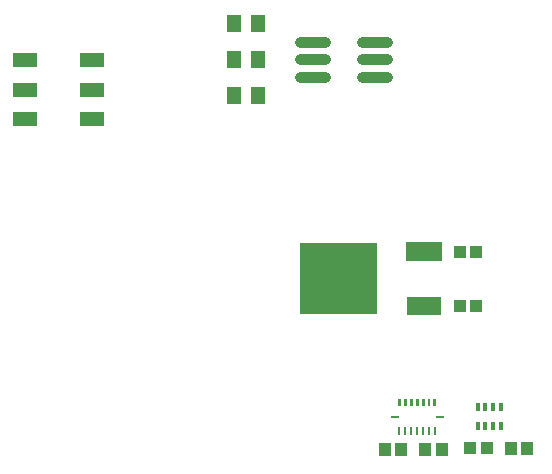
<source format=gtp>
G04 Layer: TopPasteMaskLayer*
G04 EasyEDA v6.4.5, 2020-09-03T12:26:06--7:00*
G04 e5bad7cf5beb4b60abe831444af73797,95dd31e7bbc04d03a1fa04b442bf807f,10*
G04 Gerber Generator version 0.2*
G04 Scale: 100 percent, Rotated: No, Reflected: No *
G04 Dimensions in millimeters *
G04 leading zeros omitted , absolute positions ,3 integer and 3 decimal *
%FSLAX33Y33*%
%MOMM*%
G90*
G71D02*

%ADD16C,0.899998*%
%ADD18R,0.999998X1.099998*%
%ADD19R,0.250012X0.650011*%
%ADD20R,0.650011X0.250012*%
%ADD22R,2.999994X1.599997*%
%ADD23R,1.999996X1.199896*%
%ADD25R,0.350520X0.700024*%

%LPD*%
G54D16*
G01X29557Y65913D02*
G01X31657Y65913D01*
G01X29557Y64411D02*
G01X31657Y64411D01*
G01X29557Y62913D02*
G01X31657Y62913D01*
G01X34807Y65913D02*
G01X36907Y65913D01*
G01X34807Y64411D02*
G01X36907Y64411D01*
G01X34807Y62913D02*
G01X36907Y62913D01*
G54D18*
G01X44515Y43561D03*
G01X43114Y43561D03*
G36*
G01X36264Y31918D02*
G01X37264Y31918D01*
G01X37264Y30818D01*
G01X36264Y30818D01*
G01X36264Y31918D01*
G37*
G36*
G01X37664Y31918D02*
G01X38664Y31918D01*
G01X38664Y30818D01*
G01X37664Y30818D01*
G01X37664Y31918D01*
G37*
G36*
G01X39693Y31918D02*
G01X40693Y31918D01*
G01X40693Y30818D01*
G01X39693Y30818D01*
G01X39693Y31918D01*
G37*
G36*
G01X41093Y31918D02*
G01X42093Y31918D01*
G01X42093Y30818D01*
G01X41093Y30818D01*
G01X41093Y31918D01*
G37*
G36*
G01X46932Y32045D02*
G01X47932Y32045D01*
G01X47932Y30945D01*
G01X46932Y30945D01*
G01X46932Y32045D01*
G37*
G36*
G01X48332Y32045D02*
G01X49332Y32045D01*
G01X49332Y30945D01*
G01X48332Y30945D01*
G01X48332Y32045D01*
G37*
G01X45404Y31496D03*
G01X44003Y31496D03*
G36*
G01X37874Y35688D02*
G01X38124Y35688D01*
G01X38124Y35038D01*
G01X37874Y35038D01*
G01X37874Y35688D01*
G37*
G36*
G01X38374Y35688D02*
G01X38624Y35688D01*
G01X38624Y35038D01*
G01X38374Y35038D01*
G01X38374Y35688D01*
G37*
G36*
G01X38874Y35688D02*
G01X39124Y35688D01*
G01X39124Y35038D01*
G01X38874Y35038D01*
G01X38874Y35688D01*
G37*
G36*
G01X39374Y35688D02*
G01X39624Y35688D01*
G01X39624Y35038D01*
G01X39374Y35038D01*
G01X39374Y35688D01*
G37*
G36*
G01X39874Y35688D02*
G01X40124Y35688D01*
G01X40124Y35038D01*
G01X39874Y35038D01*
G01X39874Y35688D01*
G37*
G36*
G01X40374Y35688D02*
G01X40624Y35688D01*
G01X40624Y35038D01*
G01X40374Y35038D01*
G01X40374Y35688D01*
G37*
G36*
G01X40874Y35687D02*
G01X41124Y35687D01*
G01X41124Y35038D01*
G01X40874Y35038D01*
G01X40874Y35687D01*
G37*
G54D20*
G01X41411Y34163D03*
G54D19*
G01X40999Y32963D03*
G01X40499Y32963D03*
G01X39998Y32963D03*
G01X39499Y32963D03*
G01X38999Y32963D03*
G01X38499Y32963D03*
G01X37999Y32963D03*
G54D20*
G01X37582Y34163D03*
G36*
G01X29582Y42847D02*
G01X29582Y48847D01*
G01X36081Y48847D01*
G01X36081Y42847D01*
G01X29582Y42847D01*
G37*
G54D22*
G01X40065Y43547D03*
G36*
G01X38558Y47346D02*
G01X38558Y48946D01*
G01X41560Y48946D01*
G01X41560Y47346D01*
G01X38558Y47346D01*
G37*
G54D23*
G01X6294Y61849D03*
G01X6293Y59349D03*
G01X11994Y64348D03*
G01X11994Y61849D03*
G01X11994Y59349D03*
G01X6293Y64348D03*
G36*
G01X23422Y65113D02*
G01X24583Y65113D01*
G01X24583Y63664D01*
G01X23422Y63664D01*
G01X23422Y65113D01*
G37*
G36*
G01X25454Y65113D02*
G01X26615Y65113D01*
G01X26615Y63664D01*
G01X25454Y63664D01*
G01X25454Y65113D01*
G37*
G54D18*
G01X44515Y48133D03*
G01X43114Y48133D03*
G54D25*
G01X44612Y34963D03*
G01X45262Y34963D03*
G01X45923Y34963D03*
G01X46573Y34963D03*
G01X44612Y33362D03*
G01X45262Y33362D03*
G01X45923Y33362D03*
G01X46573Y33362D03*
G36*
G01X23422Y68161D02*
G01X24583Y68161D01*
G01X24583Y66712D01*
G01X23422Y66712D01*
G01X23422Y68161D01*
G37*
G36*
G01X25454Y68161D02*
G01X26615Y68161D01*
G01X26615Y66712D01*
G01X25454Y66712D01*
G01X25454Y68161D01*
G37*
G36*
G01X23422Y62065D02*
G01X24583Y62065D01*
G01X24583Y60616D01*
G01X23422Y60616D01*
G01X23422Y62065D01*
G37*
G36*
G01X25454Y62065D02*
G01X26615Y62065D01*
G01X26615Y60616D01*
G01X25454Y60616D01*
G01X25454Y62065D01*
G37*
M00*
M02*

</source>
